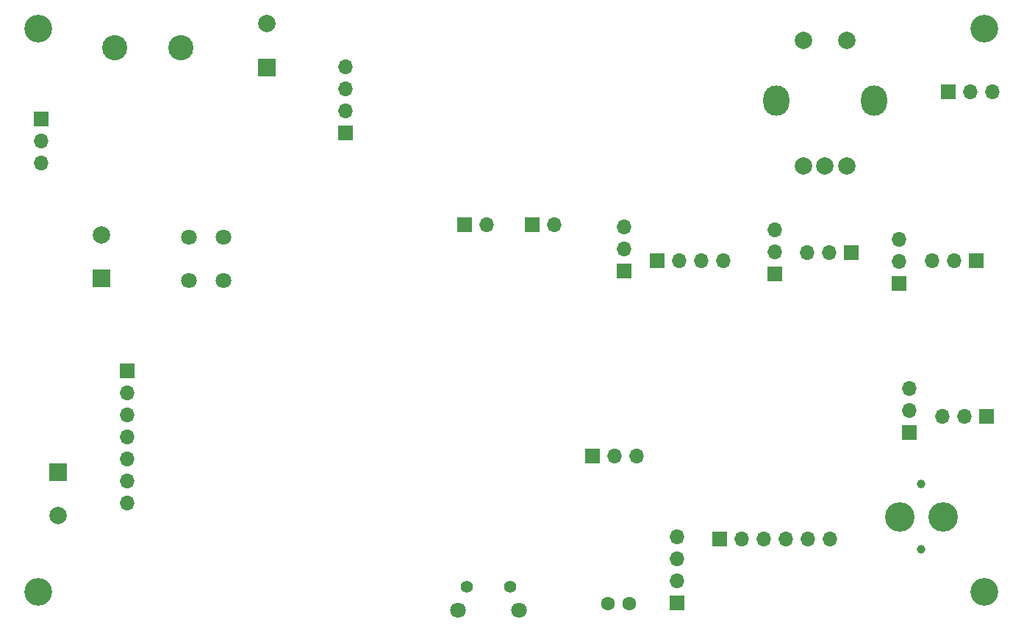
<source format=gts>
G04 #@! TF.GenerationSoftware,KiCad,Pcbnew,6.0.7-f9a2dced07~116~ubuntu20.04.1*
G04 #@! TF.CreationDate,2022-10-13T22:07:35-06:00*
G04 #@! TF.ProjectId,kelvin-kontroller,6b656c76-696e-42d6-9b6f-6e74726f6c6c,rev?*
G04 #@! TF.SameCoordinates,Original*
G04 #@! TF.FileFunction,Soldermask,Top*
G04 #@! TF.FilePolarity,Negative*
%FSLAX46Y46*%
G04 Gerber Fmt 4.6, Leading zero omitted, Abs format (unit mm)*
G04 Created by KiCad (PCBNEW 6.0.7-f9a2dced07~116~ubuntu20.04.1) date 2022-10-13 22:07:35*
%MOMM*%
%LPD*%
G01*
G04 APERTURE LIST*
%ADD10C,3.200000*%
%ADD11C,1.000000*%
%ADD12C,3.400000*%
%ADD13R,1.700000X1.700000*%
%ADD14O,1.700000X1.700000*%
%ADD15C,2.000000*%
%ADD16O,3.000000X3.500000*%
%ADD17R,2.000000X2.000000*%
%ADD18C,1.408000*%
%ADD19C,1.800000*%
%ADD20C,1.803400*%
%ADD21C,1.600000*%
%ADD22C,2.900000*%
G04 APERTURE END LIST*
D10*
G04 #@! TO.C,H2*
X212500000Y-103500000D03*
G04 #@! TD*
G04 #@! TO.C,H4*
X103500000Y-168500000D03*
G04 #@! TD*
G04 #@! TO.C,H1*
X103500000Y-103500000D03*
G04 #@! TD*
D11*
G04 #@! TO.C,BZ1*
X205200000Y-156050000D03*
X205200000Y-163550000D03*
D12*
X202700000Y-159800000D03*
X207700000Y-159800000D03*
G04 #@! TD*
D10*
G04 #@! TO.C,H3*
X212500000Y-168500000D03*
G04 #@! TD*
D13*
G04 #@! TO.C,J13*
X138920000Y-115500000D03*
D14*
X138920000Y-112960000D03*
X138920000Y-110420000D03*
X138920000Y-107880000D03*
G04 #@! TD*
D15*
G04 #@! TO.C,SW3*
X191620000Y-119350000D03*
X196620000Y-119350000D03*
X194120000Y-119350000D03*
X191620000Y-104850000D03*
X196620000Y-104850000D03*
D16*
X188520000Y-111850000D03*
X199720000Y-111850000D03*
G04 #@! TD*
D13*
G04 #@! TO.C,J8*
X211500000Y-130300000D03*
D14*
X208960000Y-130300000D03*
X206420000Y-130300000D03*
G04 #@! TD*
D13*
G04 #@! TO.C,J6*
X167375000Y-152790000D03*
D14*
X169915000Y-152790000D03*
X172455000Y-152790000D03*
G04 #@! TD*
D17*
G04 #@! TO.C,C21*
X110800000Y-132300000D03*
D15*
X110800000Y-127300000D03*
G04 #@! TD*
D13*
G04 #@! TO.C,J16*
X212725000Y-148210000D03*
D14*
X210185000Y-148210000D03*
X207645000Y-148210000D03*
G04 #@! TD*
D13*
G04 #@! TO.C,JP2*
X170954364Y-131425000D03*
D14*
X170954364Y-128885000D03*
X170954364Y-126345000D03*
G04 #@! TD*
D17*
G04 #@! TO.C,C15*
X129800000Y-107967677D03*
D15*
X129800000Y-102967677D03*
G04 #@! TD*
D17*
G04 #@! TO.C,C20*
X105800000Y-154632323D03*
D15*
X105800000Y-159632323D03*
G04 #@! TD*
D13*
G04 #@! TO.C,J2*
X177100000Y-169700000D03*
D14*
X177100000Y-167160000D03*
X177100000Y-164620000D03*
X177100000Y-162080000D03*
G04 #@! TD*
D13*
G04 #@! TO.C,JP1*
X188300000Y-131800000D03*
D14*
X188300000Y-129260000D03*
X188300000Y-126720000D03*
G04 #@! TD*
D13*
G04 #@! TO.C,J5*
X103810000Y-113975000D03*
D14*
X103810000Y-116515000D03*
X103810000Y-119055000D03*
G04 #@! TD*
D13*
G04 #@! TO.C,J3*
X160387142Y-126100000D03*
D14*
X162927142Y-126100000D03*
G04 #@! TD*
D13*
G04 #@! TO.C,J11*
X174805000Y-130290000D03*
D14*
X177345000Y-130290000D03*
X179885000Y-130290000D03*
X182425000Y-130290000D03*
G04 #@! TD*
D18*
G04 #@! TO.C,J12*
X157825000Y-167860000D03*
X152825000Y-167860000D03*
D19*
X158825000Y-170560000D03*
X151825000Y-170560000D03*
G04 #@! TD*
D13*
G04 #@! TO.C,J9*
X208275000Y-110790000D03*
D14*
X210815000Y-110790000D03*
X213355000Y-110790000D03*
G04 #@! TD*
D13*
G04 #@! TO.C,J7*
X197100000Y-129300000D03*
D14*
X194560000Y-129300000D03*
X192020000Y-129300000D03*
G04 #@! TD*
D13*
G04 #@! TO.C,J15*
X113700000Y-142975000D03*
D14*
X113700000Y-145515000D03*
X113700000Y-148055000D03*
X113700000Y-150595000D03*
X113700000Y-153135000D03*
X113700000Y-155675000D03*
X113700000Y-158215000D03*
G04 #@! TD*
D13*
G04 #@! TO.C,J4*
X152587142Y-126100000D03*
D14*
X155127142Y-126100000D03*
G04 #@! TD*
D13*
G04 #@! TO.C,JP4*
X203800000Y-150125000D03*
D14*
X203800000Y-147585000D03*
X203800000Y-145045000D03*
G04 #@! TD*
D20*
G04 #@! TO.C,L1*
X124862500Y-127529500D03*
X124862500Y-132533300D03*
X120874700Y-132533300D03*
X120874700Y-127529500D03*
G04 #@! TD*
D21*
G04 #@! TO.C,TH1*
X169100000Y-169800000D03*
X171600000Y-169800000D03*
G04 #@! TD*
D22*
G04 #@! TO.C,J14*
X112290000Y-105700000D03*
X119910000Y-105700000D03*
G04 #@! TD*
D13*
G04 #@! TO.C,JP3*
X202600000Y-132900000D03*
D14*
X202600000Y-130360000D03*
X202600000Y-127820000D03*
G04 #@! TD*
D13*
G04 #@! TO.C,J10*
X181950000Y-162400000D03*
D14*
X184490000Y-162400000D03*
X187030000Y-162400000D03*
X189570000Y-162400000D03*
X192110000Y-162400000D03*
X194650000Y-162400000D03*
G04 #@! TD*
M02*

</source>
